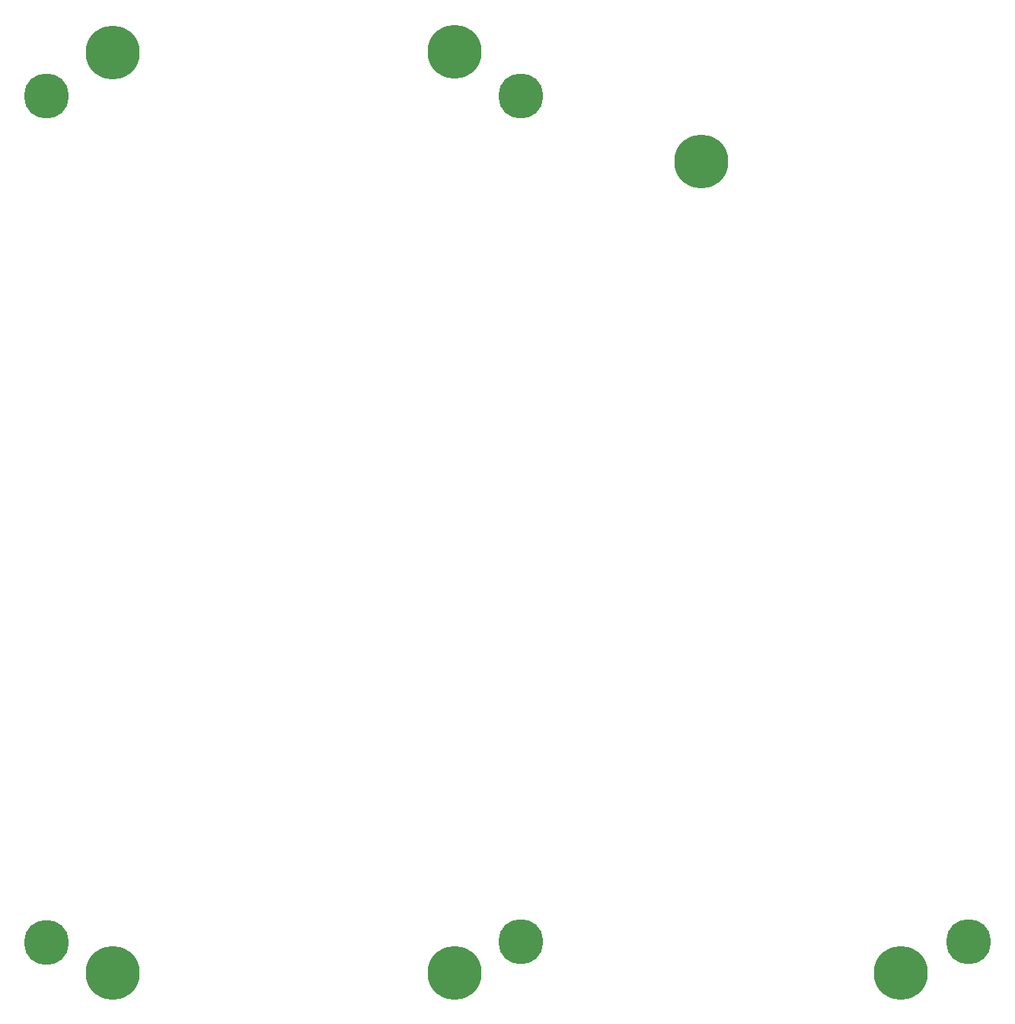
<source format=gbl>
G04 Layer: BottomLayer*
G04 EasyEDA v6.5.29, 2023-07-16 15:11:24*
G04 99f5339e4df7426c99419d12bbbac394,5a6b42c53f6a479593ecc07194224c93,10*
G04 Gerber Generator version 0.2*
G04 Scale: 100 percent, Rotated: No, Reflected: No *
G04 Dimensions in millimeters *
G04 leading zeros omitted , absolute positions ,4 integer and 5 decimal *
%FSLAX45Y45*%
%MOMM*%

%ADD10C,5.9900*%
%ADD11C,5.0000*%

%LPD*%
D10*
G01*
X1181100Y11341100D03*
G01*
X4978400Y11353800D03*
D11*
G01*
X444500Y10858500D03*
G01*
X5715000Y10858500D03*
G01*
X444601Y1455445D03*
G01*
X5715000Y1460500D03*
G01*
X10693400Y1460500D03*
D10*
G01*
X1181100Y1117600D03*
G01*
X4978400Y1117600D03*
G01*
X9944100Y1117600D03*
G01*
X7721600Y10134600D03*
M02*

</source>
